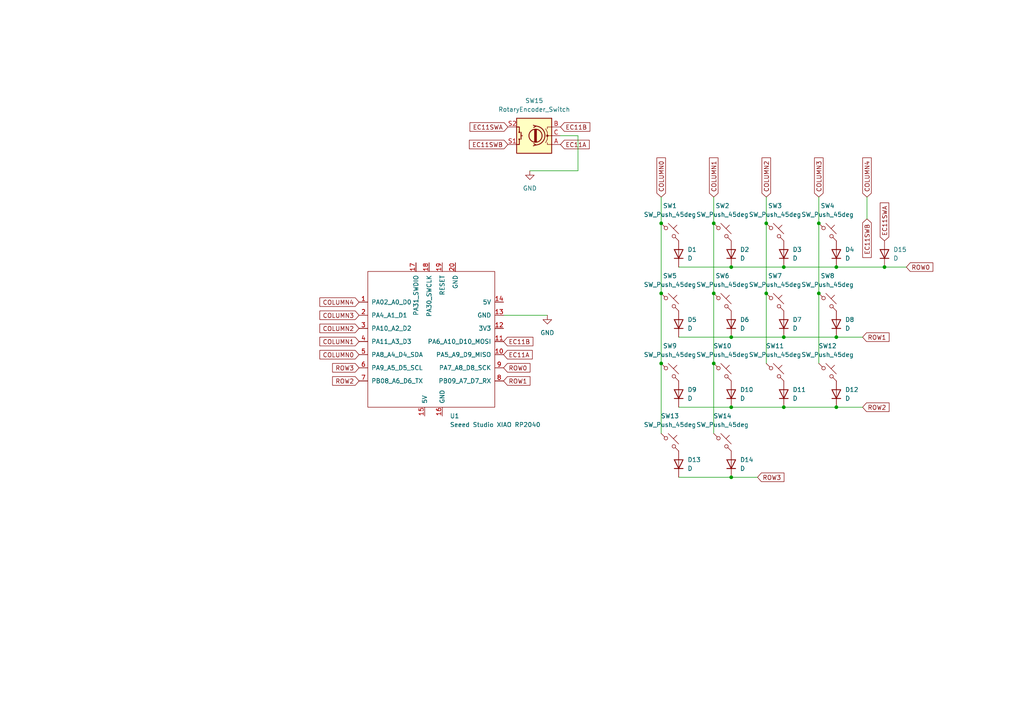
<source format=kicad_sch>
(kicad_sch (version 20231120) (generator "eeschema") (generator_version "8.0")
  (paper "A4")
  (lib_symbols
    (symbol "Device:D" (pin_numbers hide) (pin_names (offset 1.016) hide)
      (property "Reference" "D" (at 0 2.54 0))
      (property "Value" "D" (at 0 -2.54 0))
      (symbol "D_0_1"
        (polyline (pts (xy -1.27 1.27) (xy -1.27 -1.27)) (stroke (width 0.254)))
        (polyline (pts (xy 1.27 0) (xy -1.27 0)))
        (polyline (pts (xy 1.27 1.27) (xy 1.27 -1.27) (xy -1.27 0) (xy 1.27 1.27)) (stroke (width 0.254)))
      )
      (symbol "D_1_1"
        (pin passive line (at -3.81 0 0) (length 2.54) (name "K") (number "1"))
        (pin passive line (at 3.81 0 180) (length 2.54) (name "A") (number "2"))
      )
    )
    (symbol "Device:RotaryEncoder_Switch" (pin_names (offset 0.254) hide)
      (property "Reference" "SW" (at 0 6.604 0))
      (property "Value" "RotaryEncoder_Switch" (at 0 -6.604 0))
      (symbol "RotaryEncoder_Switch_0_1"
        (rectangle (start -5.08 5.08) (end 5.08 -5.08) (stroke (width 0.254)) (fill (type background)))
        (circle (center -3.81 0) (radius 0.254) (fill (type outline)))
        (circle (center -0.381 0) (radius 1.905) (stroke (width 0.254)))
        (arc (start -0.381 2.667) (mid -3.0988 -0.0635) (end -0.381 -2.794) (stroke (width 0.254)))
        (polyline (pts (xy -0.635 -1.778) (xy -0.635 1.778)) (stroke (width 0.254)))
        (polyline (pts (xy -0.381 -1.778) (xy -0.381 1.778)) (stroke (width 0.254)))
        (polyline (pts (xy -0.127 1.778) (xy -0.127 -1.778)) (stroke (width 0.254)))
        (polyline (pts (xy 3.81 0) (xy 3.429 0)) (stroke (width 0.254)))
        (polyline (pts (xy 3.81 1.016) (xy 3.81 -1.016)) (stroke (width 0.254)))
        (polyline (pts (xy -5.08 -2.54) (xy -3.81 -2.54) (xy -3.81 -2.032)))
        (polyline (pts (xy -5.08 2.54) (xy -3.81 2.54) (xy -3.81 2.032)))
        (polyline (pts (xy 0.254 -3.048) (xy -0.508 -2.794) (xy 0.127 -2.413)) (stroke (width 0.254)))
        (polyline (pts (xy 0.254 2.921) (xy -0.508 2.667) (xy 0.127 2.286)) (stroke (width 0.254)))
        (polyline (pts (xy 5.08 -2.54) (xy 4.318 -2.54) (xy 4.318 -1.016)) (stroke (width 0.254)))
        (polyline (pts (xy 5.08 2.54) (xy 4.318 2.54) (xy 4.318 1.016)) (stroke (width 0.254)))
        (polyline (pts (xy -5.08 0) (xy -3.81 0) (xy -3.81 -1.016) (xy -3.302 -2.032)))
        (polyline (pts (xy -4.318 0) (xy -3.81 0) (xy -3.81 1.016) (xy -3.302 2.032)))
        (circle (center 4.318 -1.016) (radius 0.127) (stroke (width 0.254)))
        (circle (center 4.318 1.016) (radius 0.127) (stroke (width 0.254)))
      )
      (symbol "RotaryEncoder_Switch_1_1"
        (pin passive line (at -7.62 2.54 0) (length 2.54) (name "A") (number "A"))
        (pin passive line (at -7.62 -2.54 0) (length 2.54) (name "B") (number "B"))
        (pin passive line (at -7.62 0 0) (length 2.54) (name "C") (number "C"))
        (pin passive line (at 7.62 2.54 180) (length 2.54) (name "S1") (number "S1"))
        (pin passive line (at 7.62 -2.54 180) (length 2.54) (name "S2") (number "S2"))
      )
    )
    (symbol "Seeed_Studio_XIAO_Series:Seeed Studio XIAO SAMD21" (pin_names (offset 1.016))
      (property "Reference" "U" (at -19.05 22.86 0))
      (property "Value" "Seeed Studio XIAO SAMD21" (at -12.7 21.59 0))
      (symbol "Seeed Studio XIAO SAMD21_0_1"
        (rectangle (start -19.05 20.32) (end 17.78 -19.05))
      )
      (symbol "Seeed Studio XIAO SAMD21_1_1"
        (pin unspecified line (at -21.59 11.43 0) (length 2.54) (name "PA02_A0_D0") (number "1"))
        (pin unspecified line (at 20.32 -3.81 180) (length 2.54) (name "PA5_A9_D9_MISO") (number "10"))
        (pin unspecified line (at 20.32 0 180) (length 2.54) (name "PA6_A10_D10_MOSI") (number "11"))
        (pin unspecified line (at 20.32 3.81 180) (length 2.54) (name "3V3") (number "12"))
        (pin unspecified line (at 20.32 7.62 180) (length 2.54) (name "GND") (number "13"))
        (pin unspecified line (at 20.32 11.43 180) (length 2.54) (name "5V") (number "14"))
        (pin input line (at -2.54 -21.59 90) (length 2.54) (name "5V") (number "15"))
        (pin input line (at 2.54 -21.59 90) (length 2.54) (name "GND") (number "16"))
        (pin input line (at -5.08 22.86 270) (length 2.54) (name "PA31_SWDIO") (number "17"))
        (pin input line (at -1.27 22.86 270) (length 2.54) (name "PA30_SWCLK") (number "18"))
        (pin input line (at 2.54 22.86 270) (length 2.54) (name "RESET") (number "19"))
        (pin unspecified line (at -21.59 7.62 0) (length 2.54) (name "PA4_A1_D1") (number "2"))
        (pin input line (at 6.35 22.86 270) (length 2.54) (name "GND") (number "20"))
        (pin unspecified line (at -21.59 3.81 0) (length 2.54) (name "PA10_A2_D2") (number "3"))
        (pin unspecified line (at -21.59 0 0) (length 2.54) (name "PA11_A3_D3") (number "4"))
        (pin unspecified line (at -21.59 -3.81 0) (length 2.54) (name "PA8_A4_D4_SDA") (number "5"))
        (pin unspecified line (at -21.59 -7.62 0) (length 2.54) (name "PA9_A5_D5_SCL") (number "6"))
        (pin unspecified line (at -21.59 -11.43 0) (length 2.54) (name "PB08_A6_D6_TX") (number "7"))
        (pin unspecified line (at 20.32 -11.43 180) (length 2.54) (name "PB09_A7_D7_RX") (number "8"))
        (pin unspecified line (at 20.32 -7.62 180) (length 2.54) (name "PA7_A8_D8_SCK") (number "9"))
      )
    )
    (symbol "Switch:SW_Push_45deg" (pin_numbers hide) (pin_names (offset 1.016) hide)
      (property "Reference" "SW" (at 3.048 1.016 0))
      (property "Value" "SW_Push_45deg" (at 0 -3.81 0))
      (symbol "SW_Push_45deg_0_1"
        (circle (center -1.1684 1.1684) (radius 0.508))
        (polyline (pts (xy -0.508 2.54) (xy 2.54 -0.508)))
        (polyline (pts (xy 1.016 1.016) (xy 2.032 2.032)))
        (polyline (pts (xy -2.54 2.54) (xy -1.524 1.524) (xy -1.524 1.524)))
        (polyline (pts (xy 1.524 -1.524) (xy 2.54 -2.54) (xy 2.54 -2.54) (xy 2.54 -2.54)))
        (circle (center 1.143 -1.1938) (radius 0.508))
        (pin passive line (at -2.54 2.54 0) (length 0) (name "1") (number "1"))
        (pin passive line (at 2.54 -2.54 180) (length 0) (name "2") (number "2"))
      )
    )
    (symbol "power:GND" (power) (pin_numbers hide) (pin_names (offset 0) hide)
      (property "Value" "GND" (at 0 -3.81 0))
      (symbol "GND_0_1"
        (polyline (pts (xy 0 0) (xy 0 -1.27) (xy 1.27 -1.27) (xy 0 -2.54) (xy -1.27 -1.27) (xy 0 -1.27)))
      )
      (symbol "GND_1_1"
        (pin power_in line (at 0 0 270) (length 0) (name "~") (number "1"))
      )
    )
  )
  (junction (at 222.25 85.09))
  (junction (at 242.57 118.11))
  (junction (at 237.49 85.09))
  (junction (at 191.77 105.41))
  (junction (at 207.01 105.41))
  (junction (at 256.54 77.47))
  (junction (at 242.57 77.47))
  (junction (at 207.01 64.77))
  (junction (at 237.49 64.77))
  (junction (at 212.09 138.43))
  (junction (at 212.09 118.11))
  (junction (at 222.25 64.77))
  (junction (at 212.09 77.47))
  (junction (at 242.57 97.79))
  (junction (at 212.09 97.79))
  (junction (at 207.01 85.09))
  (junction (at 191.77 85.09))
  (junction (at 227.33 97.79))
  (junction (at 227.33 77.47))
  (junction (at 227.33 118.11))
  (junction (at 191.77 64.77))
  (wire (pts (xy 167.64 39.37) (xy 167.64 49.53)))
  (wire (pts (xy 146.05 91.44) (xy 158.75 91.44)))
  (wire (pts (xy 227.33 77.47) (xy 242.57 77.47)))
  (wire (pts (xy 212.09 97.79) (xy 227.33 97.79)))
  (wire (pts (xy 212.09 118.11) (xy 227.33 118.11)))
  (wire (pts (xy 207.01 105.41) (xy 207.01 125.73)))
  (wire (pts (xy 250.19 97.79) (xy 242.57 97.79)))
  (wire (pts (xy 222.25 64.77) (xy 222.25 85.09)))
  (wire (pts (xy 153.67 49.53) (xy 167.64 49.53)))
  (wire (pts (xy 222.25 57.15) (xy 222.25 64.77)))
  (wire (pts (xy 227.33 118.11) (xy 242.57 118.11)))
  (wire (pts (xy 219.71 138.43) (xy 212.09 138.43)))
  (wire (pts (xy 196.85 77.47) (xy 212.09 77.47)))
  (wire (pts (xy 207.01 57.15) (xy 207.01 64.77)))
  (wire (pts (xy 167.64 39.37) (xy 162.56 39.37)))
  (wire (pts (xy 262.89 77.47) (xy 256.54 77.47)))
  (wire (pts (xy 196.85 97.79) (xy 212.09 97.79)))
  (wire (pts (xy 191.77 64.77) (xy 191.77 85.09)))
  (wire (pts (xy 237.49 64.77) (xy 237.49 85.09)))
  (wire (pts (xy 250.19 118.11) (xy 242.57 118.11)))
  (wire (pts (xy 207.01 64.77) (xy 207.01 85.09)))
  (wire (pts (xy 227.33 97.79) (xy 242.57 97.79)))
  (wire (pts (xy 191.77 85.09) (xy 191.77 105.41)))
  (wire (pts (xy 212.09 77.47) (xy 227.33 77.47)))
  (wire (pts (xy 237.49 57.15) (xy 237.49 64.77)))
  (wire (pts (xy 237.49 85.09) (xy 237.49 105.41)))
  (wire (pts (xy 207.01 85.09) (xy 207.01 105.41)))
  (wire (pts (xy 191.77 105.41) (xy 191.77 125.73)))
  (wire (pts (xy 196.85 118.11) (xy 212.09 118.11)))
  (wire (pts (xy 251.46 57.15) (xy 251.46 63.5)))
  (wire (pts (xy 256.54 77.47) (xy 242.57 77.47)))
  (wire (pts (xy 196.85 138.43) (xy 212.09 138.43)))
  (wire (pts (xy 191.77 57.15) (xy 191.77 64.77)))
  (wire (pts (xy 222.25 85.09) (xy 222.25 105.41)))
  (global_label "EC11A" (shape input) (at 162.56 41.91 0) (property "Intersheetrefs" "${INTERSHEET_REFS}" (effects (hide yes))))
  (global_label "COLUMN1" (shape input) (at 207.01 57.15 90) (property "Intersheetrefs" "${INTERSHEET_REFS}" (effects (hide yes))))
  (global_label "EC11B" (shape input) (at 162.56 36.83 0) (property "Intersheetrefs" "${INTERSHEET_REFS}" (effects (hide yes))))
  (global_label "COLUMN4" (shape input) (at 104.14 87.63 180) (property "Intersheetrefs" "${INTERSHEET_REFS}" (effects (hide yes))))
  (global_label "ROW3" (shape input) (at 219.71 138.43 0) (property "Intersheetrefs" "${INTERSHEET_REFS}" (effects (hide yes))))
  (global_label "EC11SWB" (shape input) (at 147.32 41.91 180) (property "Intersheetrefs" "${INTERSHEET_REFS}" (effects (hide yes))))
  (global_label "ROW2" (shape input) (at 104.14 110.49 180) (property "Intersheetrefs" "${INTERSHEET_REFS}" (effects (hide yes))))
  (global_label "COLUMN0" (shape input) (at 104.14 102.87 180) (property "Intersheetrefs" "${INTERSHEET_REFS}" (effects (hide yes))))
  (global_label "EC11A" (shape input) (at 146.05 102.87 0) (property "Intersheetrefs" "${INTERSHEET_REFS}" (effects (hide yes))))
  (global_label "COLUMN3" (shape input) (at 104.14 91.44 180) (property "Intersheetrefs" "${INTERSHEET_REFS}" (effects (hide yes))))
  (global_label "COLUMN0" (shape input) (at 191.77 57.15 90) (property "Intersheetrefs" "${INTERSHEET_REFS}" (effects (hide yes))))
  (global_label "ROW0" (shape input) (at 262.89 77.47 0) (property "Intersheetrefs" "${INTERSHEET_REFS}" (effects (hide yes))))
  (global_label "COLUMN2" (shape input) (at 222.25 57.15 90) (property "Intersheetrefs" "${INTERSHEET_REFS}" (effects (hide yes))))
  (global_label "COLUMN1" (shape input) (at 104.14 99.06 180) (property "Intersheetrefs" "${INTERSHEET_REFS}" (effects (hide yes))))
  (global_label "EC11B" (shape input) (at 146.05 99.06 0) (property "Intersheetrefs" "${INTERSHEET_REFS}" (effects (hide yes))))
  (global_label "COLUMN4" (shape input) (at 251.46 57.15 90) (property "Intersheetrefs" "${INTERSHEET_REFS}" (effects (hide yes))))
  (global_label "ROW3" (shape input) (at 104.14 106.68 180) (property "Intersheetrefs" "${INTERSHEET_REFS}" (effects (hide yes))))
  (global_label "ROW1" (shape input) (at 250.19 97.79 0) (property "Intersheetrefs" "${INTERSHEET_REFS}" (effects (hide yes))))
  (global_label "EC11SWB" (shape input) (at 251.46 63.5 270) (property "Intersheetrefs" "${INTERSHEET_REFS}" (effects (hide yes))))
  (global_label "ROW1" (shape input) (at 146.05 110.49 0) (property "Intersheetrefs" "${INTERSHEET_REFS}" (effects (hide yes))))
  (global_label "ROW2" (shape input) (at 250.19 118.11 0) (property "Intersheetrefs" "${INTERSHEET_REFS}" (effects (hide yes))))
  (global_label "COLUMN2" (shape input) (at 104.14 95.25 180) (property "Intersheetrefs" "${INTERSHEET_REFS}" (effects (hide yes))))
  (global_label "COLUMN3" (shape input) (at 237.49 57.15 90) (property "Intersheetrefs" "${INTERSHEET_REFS}" (effects (hide yes))))
  (global_label "EC11SWA" (shape input) (at 147.32 36.83 180) (property "Intersheetrefs" "${INTERSHEET_REFS}" (effects (hide yes))))
  (global_label "ROW0" (shape input) (at 146.05 106.68 0) (property "Intersheetrefs" "${INTERSHEET_REFS}" (effects (hide yes))))
  (global_label "EC11SWA" (shape input) (at 256.54 69.85 90) (property "Intersheetrefs" "${INTERSHEET_REFS}" (effects (hide yes))))
  (symbol (lib_id "Switch:SW_Push_45deg") (at 209.55 128.27 0) (unit 1)
    (property "Reference" "SW14" (at 209.55 120.65 0))
    (property "Value" "SW_Push_45deg" (at 209.55 123.19 0))
    (property "Footprint" "Button_Switch_Keyboard:SW_Cherry_MX_1.00u_PCB" (effects (hide yes)))
    (property "Description" "Push button switch, normally open, two pins, 45° tilted" (effects (hide yes)))
  )
  (symbol (lib_id "Device:D") (at 212.09 134.62 90) (unit 1)
    (property "Reference" "D14" (at 214.63 133.3499 90) (effects (justify right)))
    (property "Value" "D" (at 214.63 135.8899 90) (effects (justify right)))
    (property "Footprint" "Diode_THT:D_DO-35_SOD27_P7.62mm_Horizontal" (effects (hide yes)))
    (property "Description" "Diode" (effects (hide yes)))
    (property "Sim.Device" "D" (effects (hide yes)))
    (property "Sim.Pins" "1=K 2=A" (effects (hide yes)))
  )
  (symbol (lib_id "Device:D") (at 227.33 73.66 90) (unit 1)
    (property "Reference" "D3" (at 229.87 72.3899 90) (effects (justify right)))
    (property "Value" "D" (at 229.87 74.9299 90) (effects (justify right)))
    (property "Footprint" "Diode_THT:D_DO-35_SOD27_P7.62mm_Horizontal" (effects (hide yes)))
    (property "Description" "Diode" (effects (hide yes)))
    (property "Sim.Device" "D" (effects (hide yes)))
    (property "Sim.Pins" "1=K 2=A" (effects (hide yes)))
  )
  (symbol (lib_id "Switch:SW_Push_45deg") (at 209.55 67.31 0) (unit 1)
    (property "Reference" "SW2" (at 209.55 59.69 0))
    (property "Value" "SW_Push_45deg" (at 209.55 62.23 0))
    (property "Footprint" "Button_Switch_Keyboard:SW_Cherry_MX_1.00u_PCB" (effects (hide yes)))
    (property "Description" "Push button switch, normally open, two pins, 45° tilted" (effects (hide yes)))
  )
  (symbol (lib_id "Switch:SW_Push_45deg") (at 209.55 107.95 0) (unit 1)
    (property "Reference" "SW10" (at 209.55 100.33 0))
    (property "Value" "SW_Push_45deg" (at 209.55 102.87 0))
    (property "Footprint" "Button_Switch_Keyboard:SW_Cherry_MX_1.00u_PCB" (effects (hide yes)))
    (property "Description" "Push button switch, normally open, two pins, 45° tilted" (effects (hide yes)))
  )
  (symbol (lib_id "Device:D") (at 212.09 73.66 90) (unit 1)
    (property "Reference" "D2" (at 214.63 72.3899 90) (effects (justify right)))
    (property "Value" "D" (at 214.63 74.9299 90) (effects (justify right)))
    (property "Footprint" "Diode_THT:D_DO-35_SOD27_P7.62mm_Horizontal" (effects (hide yes)))
    (property "Description" "Diode" (effects (hide yes)))
    (property "Sim.Device" "D" (effects (hide yes)))
    (property "Sim.Pins" "1=K 2=A" (effects (hide yes)))
  )
  (symbol (lib_id "Seeed_Studio_XIAO_Series:Seeed Studio XIAO SAMD21") (at 125.73 99.06 0) (unit 1)
    (property "Reference" "U1" (at 130.4641 120.65 0) (effects (justify left)))
    (property "Value" "Seeed Studio XIAO RP2040" (at 130.4641 123.19 0) (effects (justify left)))
    (property "Footprint" "Seeed Studio XIAO Series Library:XIAO-Generic-Thruhole-14P-2.54-21X17.8MM" (effects (hide yes)))
  )
  (symbol (lib_id "Device:D") (at 196.85 93.98 90) (unit 1)
    (property "Reference" "D5" (at 199.39 92.7099 90) (effects (justify right)))
    (property "Value" "D" (at 199.39 95.2499 90) (effects (justify right)))
    (property "Footprint" "Diode_THT:D_DO-35_SOD27_P7.62mm_Horizontal" (effects (hide yes)))
    (property "Description" "Diode" (effects (hide yes)))
    (property "Sim.Device" "D" (effects (hide yes)))
    (property "Sim.Pins" "1=K 2=A" (effects (hide yes)))
  )
  (symbol (lib_id "Device:D") (at 212.09 93.98 90) (unit 1)
    (property "Reference" "D6" (at 214.63 92.7099 90) (effects (justify right)))
    (property "Value" "D" (at 214.63 95.2499 90) (effects (justify right)))
    (property "Footprint" "Diode_THT:D_DO-35_SOD27_P7.62mm_Horizontal" (effects (hide yes)))
    (property "Description" "Diode" (effects (hide yes)))
    (property "Sim.Device" "D" (effects (hide yes)))
    (property "Sim.Pins" "1=K 2=A" (effects (hide yes)))
  )
  (symbol (lib_id "Switch:SW_Push_45deg") (at 194.31 107.95 0) (unit 1)
    (property "Reference" "SW9" (at 194.31 100.33 0))
    (property "Value" "SW_Push_45deg" (at 194.31 102.87 0))
    (property "Footprint" "Button_Switch_Keyboard:SW_Cherry_MX_1.00u_PCB" (effects (hide yes)))
    (property "Description" "Push button switch, normally open, two pins, 45° tilted" (effects (hide yes)))
  )
  (symbol (lib_id "Device:D") (at 227.33 114.3 90) (unit 1)
    (property "Reference" "D11" (at 229.87 113.0299 90) (effects (justify right)))
    (property "Value" "D" (at 229.87 115.5699 90) (effects (justify right)))
    (property "Footprint" "Diode_THT:D_DO-35_SOD27_P7.62mm_Horizontal" (effects (hide yes)))
    (property "Description" "Diode" (effects (hide yes)))
    (property "Sim.Device" "D" (effects (hide yes)))
    (property "Sim.Pins" "1=K 2=A" (effects (hide yes)))
  )
  (symbol (lib_id "Device:D") (at 256.54 73.66 90) (unit 1)
    (property "Reference" "D15" (at 259.08 72.3899 90) (effects (justify right)))
    (property "Value" "D" (at 259.08 74.9299 90) (effects (justify right)))
    (property "Footprint" "Diode_THT:D_DO-35_SOD27_P7.62mm_Horizontal" (effects (hide yes)))
    (property "Description" "Diode" (effects (hide yes)))
    (property "Sim.Device" "D" (effects (hide yes)))
    (property "Sim.Pins" "1=K 2=A" (effects (hide yes)))
  )
  (symbol (lib_id "Device:D") (at 242.57 73.66 90) (unit 1)
    (property "Reference" "D4" (at 245.11 72.3899 90) (effects (justify right)))
    (property "Value" "D" (at 245.11 74.9299 90) (effects (justify right)))
    (property "Footprint" "Diode_THT:D_DO-35_SOD27_P7.62mm_Horizontal" (effects (hide yes)))
    (property "Description" "Diode" (effects (hide yes)))
    (property "Sim.Device" "D" (effects (hide yes)))
    (property "Sim.Pins" "1=K 2=A" (effects (hide yes)))
  )
  (symbol (lib_id "Switch:SW_Push_45deg") (at 194.31 87.63 0) (unit 1)
    (property "Reference" "SW5" (at 194.31 80.01 0))
    (property "Value" "SW_Push_45deg" (at 194.31 82.55 0))
    (property "Footprint" "Button_Switch_Keyboard:SW_Cherry_MX_1.00u_PCB" (effects (hide yes)))
    (property "Description" "Push button switch, normally open, two pins, 45° tilted" (effects (hide yes)))
  )
  (symbol (lib_id "Device:D") (at 212.09 114.3 90) (unit 1)
    (property "Reference" "D10" (at 214.63 113.0299 90) (effects (justify right)))
    (property "Value" "D" (at 214.63 115.5699 90) (effects (justify right)))
    (property "Footprint" "Diode_THT:D_DO-35_SOD27_P7.62mm_Horizontal" (effects (hide yes)))
    (property "Description" "Diode" (effects (hide yes)))
    (property "Sim.Device" "D" (effects (hide yes)))
    (property "Sim.Pins" "1=K 2=A" (effects (hide yes)))
  )
  (symbol (lib_id "Device:D") (at 242.57 114.3 90) (unit 1)
    (property "Reference" "D12" (at 245.11 113.0299 90) (effects (justify right)))
    (property "Value" "D" (at 245.11 115.5699 90) (effects (justify right)))
    (property "Footprint" "Diode_THT:D_DO-35_SOD27_P7.62mm_Horizontal" (effects (hide yes)))
    (property "Description" "Diode" (effects (hide yes)))
    (property "Sim.Device" "D" (effects (hide yes)))
    (property "Sim.Pins" "1=K 2=A" (effects (hide yes)))
  )
  (symbol (lib_id "Switch:SW_Push_45deg") (at 240.03 107.95 0) (unit 1)
    (property "Reference" "SW12" (at 240.03 100.33 0))
    (property "Value" "SW_Push_45deg" (at 240.03 102.87 0))
    (property "Footprint" "Button_Switch_Keyboard:SW_Cherry_MX_1.00u_PCB" (effects (hide yes)))
    (property "Description" "Push button switch, normally open, two pins, 45° tilted" (effects (hide yes)))
  )
  (symbol (lib_id "Switch:SW_Push_45deg") (at 224.79 107.95 0) (unit 1)
    (property "Reference" "SW11" (at 224.79 100.33 0))
    (property "Value" "SW_Push_45deg" (at 224.79 102.87 0))
    (property "Footprint" "Button_Switch_Keyboard:SW_Cherry_MX_1.00u_PCB" (effects (hide yes)))
    (property "Description" "Push button switch, normally open, two pins, 45° tilted" (effects (hide yes)))
  )
  (symbol (lib_id "Switch:SW_Push_45deg") (at 224.79 67.31 0) (unit 1)
    (property "Reference" "SW3" (at 224.79 59.69 0))
    (property "Value" "SW_Push_45deg" (at 224.79 62.23 0))
    (property "Footprint" "Button_Switch_Keyboard:SW_Cherry_MX_1.00u_PCB" (effects (hide yes)))
    (property "Description" "Push button switch, normally open, two pins, 45° tilted" (effects (hide yes)))
  )
  (symbol (lib_id "Switch:SW_Push_45deg") (at 194.31 67.31 0) (unit 1)
    (property "Reference" "SW1" (at 194.31 59.69 0))
    (property "Value" "SW_Push_45deg" (at 194.31 62.23 0))
    (property "Footprint" "Button_Switch_Keyboard:SW_Cherry_MX_1.00u_PCB" (effects (hide yes)))
    (property "Description" "Push button switch, normally open, two pins, 45° tilted" (effects (hide yes)))
  )
  (symbol (lib_id "Device:D") (at 242.57 93.98 90) (unit 1)
    (property "Reference" "D8" (at 245.11 92.7099 90) (effects (justify right)))
    (property "Value" "D" (at 245.11 95.2499 90) (effects (justify right)))
    (property "Footprint" "Diode_THT:D_DO-35_SOD27_P7.62mm_Horizontal" (effects (hide yes)))
    (property "Description" "Diode" (effects (hide yes)))
    (property "Sim.Device" "D" (effects (hide yes)))
    (property "Sim.Pins" "1=K 2=A" (effects (hide yes)))
  )
  (symbol (lib_id "Switch:SW_Push_45deg") (at 240.03 87.63 0) (unit 1)
    (property "Reference" "SW8" (at 240.03 80.01 0))
    (property "Value" "SW_Push_45deg" (at 240.03 82.55 0))
    (property "Footprint" "Button_Switch_Keyboard:SW_Cherry_MX_1.00u_PCB" (effects (hide yes)))
    (property "Description" "Push button switch, normally open, two pins, 45° tilted" (effects (hide yes)))
  )
  (symbol (lib_id "Switch:SW_Push_45deg") (at 240.03 67.31 0) (unit 1)
    (property "Reference" "SW4" (at 240.03 59.69 0))
    (property "Value" "SW_Push_45deg" (at 240.03 62.23 0))
    (property "Footprint" "Button_Switch_Keyboard:SW_Cherry_MX_1.00u_PCB" (effects (hide yes)))
    (property "Description" "Push button switch, normally open, two pins, 45° tilted" (effects (hide yes)))
  )
  (symbol (lib_id "Device:RotaryEncoder_Switch") (at 154.94 39.37 180) (unit 1)
    (property "Reference" "SW15" (at 154.94 29.21 0))
    (property "Value" "RotaryEncoder_Switch" (at 154.94 31.75 0))
    (property "Footprint" "Rotary_Encoder:RotaryEncoder_Alps_EC11E-Switch_Vertical_H20mm" (effects (hide yes)))
    (property "Description" "Rotary encoder, dual channel, incremental quadrate outputs, with switch" (effects (hide yes)))
  )
  (symbol (lib_id "Device:D") (at 196.85 114.3 90) (unit 1)
    (property "Reference" "D9" (at 199.39 113.0299 90) (effects (justify right)))
    (property "Value" "D" (at 199.39 115.5699 90) (effects (justify right)))
    (property "Footprint" "Diode_THT:D_DO-35_SOD27_P7.62mm_Horizontal" (effects (hide yes)))
    (property "Description" "Diode" (effects (hide yes)))
    (property "Sim.Device" "D" (effects (hide yes)))
    (property "Sim.Pins" "1=K 2=A" (effects (hide yes)))
  )
  (symbol (lib_id "Device:D") (at 196.85 134.62 90) (unit 1)
    (property "Reference" "D13" (at 199.39 133.3499 90) (effects (justify right)))
    (property "Value" "D" (at 199.39 135.8899 90) (effects (justify right)))
    (property "Footprint" "Diode_THT:D_DO-35_SOD27_P7.62mm_Horizontal" (effects (hide yes)))
    (property "Description" "Diode" (effects (hide yes)))
    (property "Sim.Device" "D" (effects (hide yes)))
    (property "Sim.Pins" "1=K 2=A" (effects (hide yes)))
  )
  (symbol (lib_id "power:GND") (at 158.75 91.44 0) (unit 1)
    (property "Reference" "#PWR04" (effects (hide yes)))
    (property "Value" "GND" (at 158.75 96.52 0))
    (property "Description" "Power symbol creates a global label with name \"GND\" , ground" (effects (hide yes)))
  )
  (symbol (lib_id "Device:D") (at 227.33 93.98 90) (unit 1)
    (property "Reference" "D7" (at 229.87 92.7099 90) (effects (justify right)))
    (property "Value" "D" (at 229.87 95.2499 90) (effects (justify right)))
    (property "Footprint" "Diode_THT:D_DO-35_SOD27_P7.62mm_Horizontal" (effects (hide yes)))
    (property "Description" "Diode" (effects (hide yes)))
    (property "Sim.Device" "D" (effects (hide yes)))
    (property "Sim.Pins" "1=K 2=A" (effects (hide yes)))
  )
  (symbol (lib_id "power:GND") (at 153.67 49.53 0) (unit 1)
    (property "Reference" "#PWR03" (effects (hide yes)))
    (property "Value" "GND" (at 153.67 54.61 0))
    (property "Description" "Power symbol creates a global label with name \"GND\" , ground" (effects (hide yes)))
  )
  (symbol (lib_id "Device:D") (at 196.85 73.66 90) (unit 1)
    (property "Reference" "D1" (at 199.39 72.3899 90) (effects (justify right)))
    (property "Value" "D" (at 199.39 74.9299 90) (effects (justify right)))
    (property "Footprint" "Diode_THT:D_DO-35_SOD27_P7.62mm_Horizontal" (effects (hide yes)))
    (property "Description" "Diode" (effects (hide yes)))
    (property "Sim.Device" "D" (effects (hide yes)))
    (property "Sim.Pins" "1=K 2=A" (effects (hide yes)))
  )
  (symbol (lib_id "Switch:SW_Push_45deg") (at 194.31 128.27 0) (unit 1)
    (property "Reference" "SW13" (at 194.31 120.65 0))
    (property "Value" "SW_Push_45deg" (at 194.31 123.19 0))
    (property "Footprint" "Button_Switch_Keyboard:SW_Cherry_MX_1.00u_PCB" (effects (hide yes)))
    (property "Description" "Push button switch, normally open, two pins, 45° tilted" (effects (hide yes)))
  )
  (symbol (lib_id "Switch:SW_Push_45deg") (at 224.79 87.63 0) (unit 1)
    (property "Reference" "SW7" (at 224.79 80.01 0))
    (property "Value" "SW_Push_45deg" (at 224.79 82.55 0))
    (property "Footprint" "Button_Switch_Keyboard:SW_Cherry_MX_1.00u_PCB" (effects (hide yes)))
    (property "Description" "Push button switch, normally open, two pins, 45° tilted" (effects (hide yes)))
  )
  (symbol (lib_id "Switch:SW_Push_45deg") (at 209.55 87.63 0) (unit 1)
    (property "Reference" "SW6" (at 209.55 80.01 0))
    (property "Value" "SW_Push_45deg" (at 209.55 82.55 0))
    (property "Footprint" "Button_Switch_Keyboard:SW_Cherry_MX_1.00u_PCB" (effects (hide yes)))
    (property "Description" "Push button switch, normally open, two pins, 45° tilted" (effects (hide yes)))
  )
)
</source>
